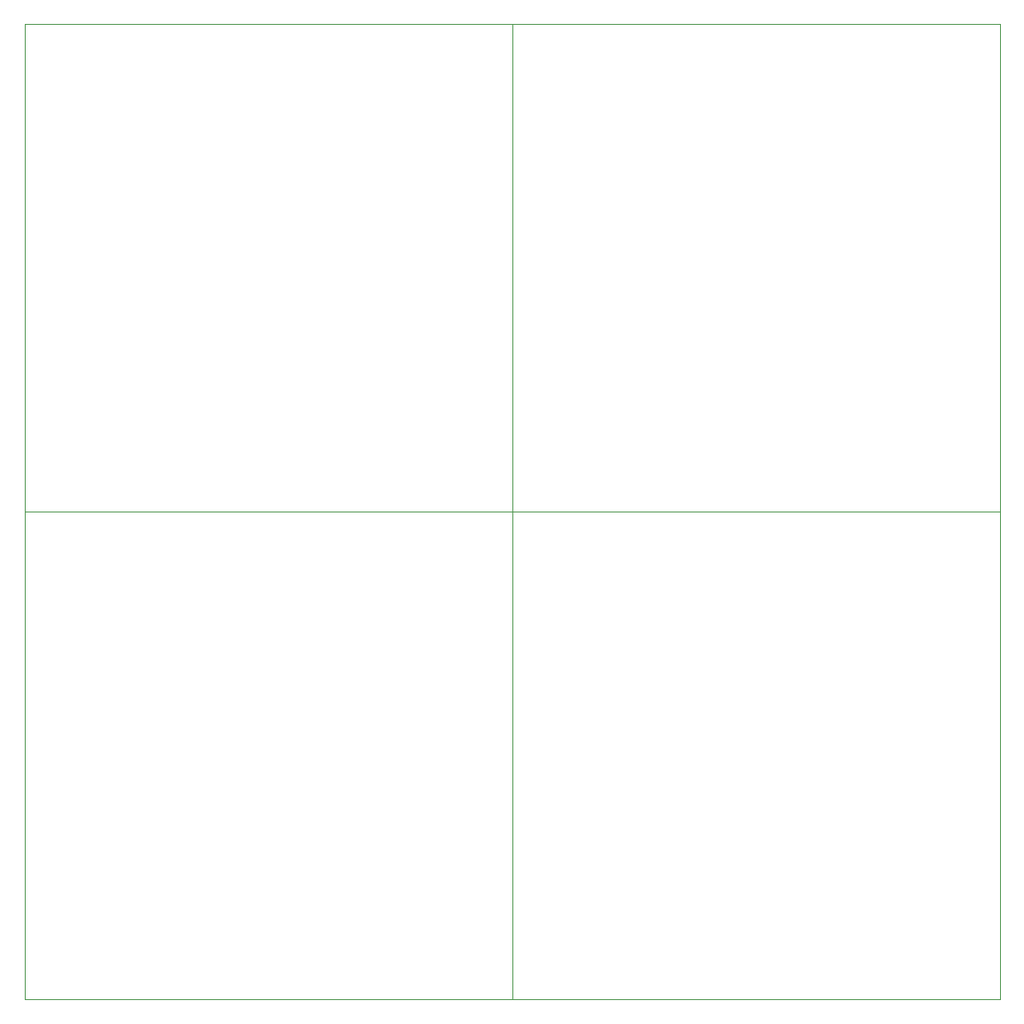
<source format=gm1>
G04 #@! TF.GenerationSoftware,KiCad,Pcbnew,(5.1.1)-1*
G04 #@! TF.CreationDate,2019-04-19T17:17:16+02:00*
G04 #@! TF.ProjectId,loloboard,6c6f6c6f-626f-4617-9264-2e6b69636164,rev?*
G04 #@! TF.SameCoordinates,Original*
G04 #@! TF.FileFunction,Profile,NP*
%FSLAX46Y46*%
G04 Gerber Fmt 4.6, Leading zero omitted, Abs format (unit mm)*
G04 Created by KiCad (PCBNEW (5.1.1)-1) date 2019-04-19 17:17:16*
%MOMM*%
%LPD*%
G04 APERTURE LIST*
%ADD10C,0.050000*%
G04 APERTURE END LIST*
D10*
X107950000Y-105410000D02*
X204470000Y-105410000D01*
X107950000Y-57150000D02*
X204470000Y-57150000D01*
X156210000Y-57150000D02*
X156210000Y-153670000D01*
X107950000Y-153670000D02*
X107950000Y-57150000D01*
X204470000Y-153670000D02*
X107950000Y-153670000D01*
X204470000Y-57150000D02*
X204470000Y-153670000D01*
M02*

</source>
